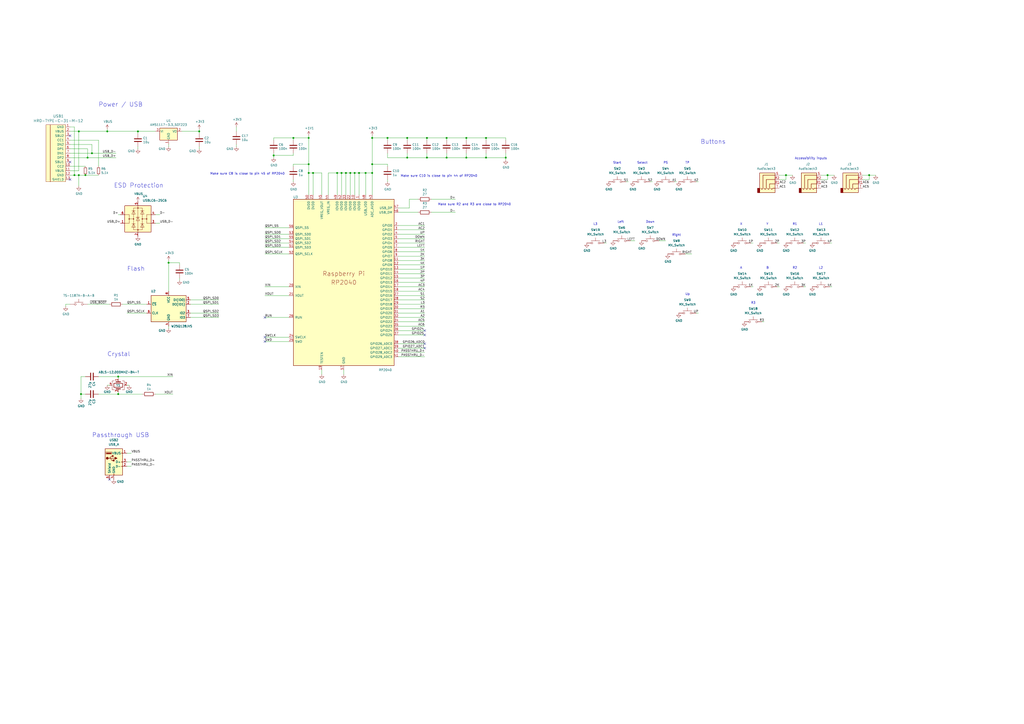
<source format=kicad_sch>
(kicad_sch (version 20230121) (generator eeschema)
  (paper "A2")
  (title_block (title "Summit Arcade Controller") (company "Granola Arcade"))
  (lib_symbols
    (symbol "Connector:USB_A" (pin_names (offset 1.016))
      (property "Reference" "J" (at -5.08 11.43 0))
      (property "Value" "USB_A" (at -5.08 8.89 0))
      (symbol "USB_A_1_1"
        (pin power_in line (at 7.62 5.08 180) (length 2.54) (name "VBUS") (number "1"))
        (pin bidirectional line (at 7.62 -2.54 180) (length 2.54) (name "D-") (number "2"))
        (pin bidirectional line (at 7.62 0 180) (length 2.54) (name "D+") (number "3"))
        (pin power_in line (at 0 -10.16 90) (length 2.54) (name "GND") (number "4"))
        (pin passive line (at -2.54 -10.16 90) (length 2.54) (name "Shield") (number "5"))
      )
    )
    (symbol "Connector_Audio:AudioJack4"
      (property "Reference" "J" (at 0 8.89 0))
      (property "Value" "AudioJack4" (at 0 6.35 0))
      (symbol "AudioJack4_1_1"
        (pin passive line (at 5.08 -2.54 180) (length 2.54) (name "~") (number "R1"))
        (pin passive line (at 5.08 0 180) (length 2.54) (name "~") (number "R2"))
        (pin passive line (at 5.08 2.54 180) (length 2.54) (name "~") (number "S"))
        (pin passive line (at 5.08 -5.08 180) (length 2.54) (name "~") (number "T"))
      )
    )
    (symbol "Device:C" (pin_numbers hide) (pin_names (offset 0.254))
      (property "Reference" "C" (at 0.635 2.54 0))
      (property "Value" "C" (at 0.635 -2.54 0))
      (symbol "C_1_1"
        (pin passive line (at 0 3.81 270) (length 2.794) (name "~") (number "1"))
        (pin passive line (at 0 -3.81 90) (length 2.794) (name "~") (number "2"))
      )
    )
    (symbol "Device:Crystal_GND23" (pin_names (offset 1.016) hide)
      (property "Reference" "Y1" (at 3.3274 1.1684 90))
      (property "Value" "ABLS-12.000MHZ-B4-T" (at -6.35 7.62 90))
      (symbol "Crystal_GND23_1_1"
        (pin passive line (at -3.81 0 0) (length 1.27) (name "1") (number "1"))
        (pin passive line (at 0 5.08 270) (length 1.27) (name "2") (number "2"))
        (pin passive line (at 3.81 0 180) (length 1.27) (name "3") (number "3"))
        (pin passive line (at 0 -5.08 90) (length 1.27) (name "4") (number "4"))
      )
    )
    (symbol "Device:R" (pin_numbers hide) (pin_names (offset 0))
      (property "Reference" "R" (at 2.032 0 90))
      (property "Value" "R" (at 0 0 90))
      (symbol "R_1_1"
        (pin passive line (at 0 3.81 270) (length 1.27) (name "~") (number "1"))
        (pin passive line (at 0 -3.81 90) (length 1.27) (name "~") (number "2"))
      )
    )
    (symbol "Device:R_Small" (pin_numbers hide) (pin_names (offset 0.254) hide)
      (property "Reference" "R" (at 0.762 0.508 0))
      (property "Value" "R_Small" (at 0.762 -1.016 0))
      (symbol "R_Small_1_1"
        (pin passive line (at 0 2.54 270) (length 0.762) (name "~") (number "1"))
        (pin passive line (at 0 -2.54 90) (length 0.762) (name "~") (number "2"))
      )
    )
    (symbol "Kailh:MX_Switch" (pin_numbers hide) (pin_names (offset 1.016) hide)
      (property "Reference" "SW1" (at 0 7.62 0))
      (property "Value" "MX_Switch" (at 0 5.08 0))
      (symbol "MX_Switch_0_1"
        (pin passive line (at 5.08 0 180) (length 2.54) (name "A") (number "1"))
        (pin passive line (at -5.08 0 0) (length 2.54) (name "B") (number "2"))
      )
    )
    (symbol "MCU_RaspberryPi_RP2040:RP2040" (pin_names (offset 1.016))
      (property "Reference" "U" (at -29.21 49.53 0))
      (property "Value" "RP2040" (at 24.13 -49.53 0))
      (symbol "RP2040_0_0"
        (text "Raspberry Pi" (at 0 5.08 0) (effects (font (size 2.54 2.54))))
        (text "RP2040" (at 0 0 0) (effects (font (size 2.54 2.54))))
      )
      (symbol "RP2040_1_1"
        (pin power_in line (at 8.89 50.8 270) (length 2.54) (name "IOVDD") (number "1"))
        (pin power_in line (at 6.35 50.8 270) (length 2.54) (name "IOVDD") (number "10"))
        (pin bidirectional line (at 31.75 12.7 180) (length 2.54) (name "GPIO8") (number "11"))
        (pin bidirectional line (at 31.75 10.16 180) (length 2.54) (name "GPIO9") (number "12"))
        (pin bidirectional line (at 31.75 7.62 180) (length 2.54) (name "GPIO10") (number "13"))
        (pin bidirectional line (at 31.75 5.08 180) (length 2.54) (name "GPIO11") (number "14"))
        (pin bidirectional line (at 31.75 2.54 180) (length 2.54) (name "GPIO12") (number "15"))
        (pin bidirectional line (at 31.75 0 180) (length 2.54) (name "GPIO13") (number "16"))
        (pin bidirectional line (at 31.75 -2.54 180) (length 2.54) (name "GPIO14") (number "17"))
        (pin bidirectional line (at 31.75 -5.08 180) (length 2.54) (name "GPIO15") (number "18"))
        (pin passive line (at -12.7 -50.8 90) (length 2.54) (name "TESTEN") (number "19"))
        (pin bidirectional line (at 31.75 33.02 180) (length 2.54) (name "GPIO0") (number "2"))
        (pin input line (at -31.75 -2.54 0) (length 2.54) (name "XIN") (number "20"))
        (pin passive line (at -31.75 -7.62 0) (length 2.54) (name "XOUT") (number "21"))
        (pin power_in line (at 3.81 50.8 270) (length 2.54) (name "IOVDD") (number "22"))
        (pin power_in line (at -17.78 50.8 270) (length 2.54) (name "DVDD") (number "23"))
        (pin output line (at -31.75 -31.75 0) (length 2.54) (name "SWCLK") (number "24"))
        (pin bidirectional line (at -31.75 -34.29 0) (length 2.54) (name "SWD") (number "25"))
        (pin input line (at -31.75 -20.32 0) (length 2.54) (name "RUN") (number "26"))
        (pin bidirectional line (at 31.75 -7.62 180) (length 2.54) (name "GPIO16") (number "27"))
        (pin bidirectional line (at 31.75 -10.16 180) (length 2.54) (name "GPIO17") (number "28"))
        (pin bidirectional line (at 31.75 -12.7 180) (length 2.54) (name "GPIO18") (number "29"))
        (pin bidirectional line (at 31.75 30.48 180) (length 2.54) (name "GPIO1") (number "3"))
        (pin bidirectional line (at 31.75 -15.24 180) (length 2.54) (name "GPIO19") (number "30"))
        (pin bidirectional line (at 31.75 -17.78 180) (length 2.54) (name "GPIO20") (number "31"))
        (pin bidirectional line (at 31.75 -20.32 180) (length 2.54) (name "GPIO21") (number "32"))
        (pin power_in line (at 1.27 50.8 270) (length 2.54) (name "IOVDD") (number "33"))
        (pin bidirectional line (at 31.75 -22.86 180) (length 2.54) (name "GPIO22") (number "34"))
        (pin bidirectional line (at 31.75 -25.4 180) (length 2.54) (name "GPIO23") (number "35"))
        (pin bidirectional line (at 31.75 -27.94 180) (length 2.54) (name "GPIO24") (number "36"))
        (pin bidirectional line (at 31.75 -30.48 180) (length 2.54) (name "GPIO25") (number "37"))
        (pin bidirectional line (at 31.75 -35.56 180) (length 2.54) (name "GPIO26_ADC0") (number "38"))
        (pin bidirectional line (at 31.75 -38.1 180) (length 2.54) (name "GPIO27_ADC1") (number "39"))
        (pin bidirectional line (at 31.75 27.94 180) (length 2.54) (name "GPIO2") (number "4"))
        (pin bidirectional line (at 31.75 -40.64 180) (length 2.54) (name "GPIO28_ADC2") (number "40"))
        (pin bidirectional line (at 31.75 -43.18 180) (length 2.54) (name "GPIO29_ADC3") (number "41"))
        (pin power_in line (at -1.27 50.8 270) (length 2.54) (name "IOVDD") (number "42"))
        (pin power_in line (at 16.51 50.8 270) (length 2.54) (name "ADC_AVDD") (number "43"))
        (pin power_in line (at -8.89 50.8 270) (length 2.54) (name "VREG_IN") (number "44"))
        (pin power_out line (at -12.7 50.8 270) (length 2.54) (name "VREG_VOUT") (number "45"))
        (pin bidirectional line (at 31.75 40.64 180) (length 2.54) (name "USB_DM") (number "46"))
        (pin bidirectional line (at 31.75 43.18 180) (length 2.54) (name "USB_DP") (number "47"))
        (pin power_in line (at 12.7 50.8 270) (length 2.54) (name "USB_VDD") (number "48"))
        (pin power_in line (at -3.81 50.8 270) (length 2.54) (name "IOVDD") (number "49"))
        (pin bidirectional line (at 31.75 25.4 180) (length 2.54) (name "GPIO3") (number "5"))
        (pin power_in line (at -20.32 50.8 270) (length 2.54) (name "DVDD") (number "50"))
        (pin bidirectional line (at -31.75 20.32 0) (length 2.54) (name "QSPI_SD3") (number "51"))
        (pin output line (at -31.75 16.51 0) (length 2.54) (name "QSPI_SCLK") (number "52"))
        (pin bidirectional line (at -31.75 27.94 0) (length 2.54) (name "QSPI_SD0") (number "53"))
        (pin bidirectional line (at -31.75 22.86 0) (length 2.54) (name "QSPI_SD2") (number "54"))
        (pin bidirectional line (at -31.75 25.4 0) (length 2.54) (name "QSPI_SD1") (number "55"))
        (pin bidirectional line (at -31.75 31.75 0) (length 2.54) (name "QSPI_SS") (number "56"))
        (pin power_in line (at 0 -50.8 90) (length 2.54) (name "GND") (number "57"))
        (pin bidirectional line (at 31.75 22.86 180) (length 2.54) (name "GPIO4") (number "6"))
        (pin bidirectional line (at 31.75 20.32 180) (length 2.54) (name "GPIO5") (number "7"))
        (pin bidirectional line (at 31.75 17.78 180) (length 2.54) (name "GPIO6") (number "8"))
        (pin bidirectional line (at 31.75 15.24 180) (length 2.54) (name "GPIO7") (number "9"))
      )
    )
    (symbol "Memory_Flash:W25Q128JVS"
      (property "Reference" "U" (at -8.89 8.89 0))
      (property "Value" "W25Q128JVS" (at 7.62 8.89 0))
      (symbol "W25Q128JVS_1_1"
        (pin input line (at -12.7 2.54 0) (length 2.54) (name "~{CS}") (number "1"))
        (pin bidirectional line (at 12.7 2.54 180) (length 2.54) (name "DO(IO1)") (number "2"))
        (pin bidirectional line (at 12.7 -2.54 180) (length 2.54) (name "IO2") (number "3"))
        (pin power_in line (at 0 -10.16 90) (length 2.54) (name "GND") (number "4"))
        (pin bidirectional line (at 12.7 5.08 180) (length 2.54) (name "DI(IO0)") (number "5"))
        (pin input line (at -12.7 -2.54 0) (length 2.54) (name "CLK") (number "6"))
        (pin bidirectional line (at 12.7 -5.08 180) (length 2.54) (name "IO3") (number "7"))
        (pin power_in line (at 0 10.16 270) (length 2.54) (name "VCC") (number "8"))
      )
    )
    (symbol "Power_Protection:USBLC6-2SC6" (pin_names hide)
      (property "Reference" "U" (at 2.54 8.89 0))
      (property "Value" "USBLC6-2SC6" (at 2.54 -8.89 0))
      (symbol "USBLC6-2SC6_1_1"
        (pin passive line (at -10.16 -2.54 0) (length 2.54) (name "I/O1") (number "1"))
        (pin passive line (at 0 -10.16 90) (length 2.54) (name "GND") (number "2"))
        (pin passive line (at 10.16 -2.54 180) (length 2.54) (name "I/O2") (number "3"))
        (pin passive line (at 10.16 2.54 180) (length 2.54) (name "I/O2") (number "4"))
        (pin passive line (at 0 10.16 270) (length 2.54) (name "VBUS") (number "5"))
        (pin passive line (at -10.16 2.54 0) (length 2.54) (name "I/O1") (number "6"))
      )
    )
    (symbol "Regulator_Linear:NCP1117-3.3_SOT223" (pin_names (offset 0.254))
      (property "Reference" "U1" (at 0 6.1468 0))
      (property "Value" "AMS1117-3.3_SOT223" (at 0 3.8354 0))
      (symbol "NCP1117-3.3_SOT223_1_1"
        (pin power_out line (at 0 -7.62 90) (length 2.54) (name "GND") (number "1"))
        (pin power_out line (at 7.62 0 180) (length 2.54) (name "VO") (number "2"))
        (pin power_in line (at -7.62 0 0) (length 2.54) (name "VI") (number "3"))
      )
    )
    (symbol "Switch:SW_Push" (pin_numbers hide) (pin_names (offset 1.016) hide)
      (property "Reference" "SW" (at 1.27 2.54 0))
      (property "Value" "SW_Push" (at 0 -1.524 0))
      (symbol "SW_Push_0_1"
        (pin passive line (at -5.08 0 0) (length 2.54) (name "1") (number "1"))
        (pin passive line (at 5.08 0 180) (length 2.54) (name "2") (number "2"))
      )
    )
    (symbol "Type-C:HRO-TYPE-C-31-M-12" (pin_names (offset 1.016))
      (property "Reference" "USB1" (at -4.2418 20.2438 0))
      (property "Value" "HRO-TYPE-C-31-M-12" (at -4.2418 17.5514 0))
      (symbol "HRO-TYPE-C-31-M-12_1_1"
        (pin input line (at 2.54 13.97 180) (length 2.54) (name "GND") (number "1"))
        (pin input line (at 2.54 -8.89 180) (length 2.54) (name "CC2") (number "10"))
        (pin input line (at 2.54 -11.43 180) (length 2.54) (name "VBUS") (number "11"))
        (pin input line (at 2.54 -13.97 180) (length 2.54) (name "GND") (number "12"))
        (pin input line (at 2.54 -16.51 180) (length 2.54) (name "SHIELD") (number "13"))
        (pin power_out line (at 2.54 11.43 180) (length 2.54) (name "VBUS") (number "2"))
        (pin input line (at 2.54 8.89 180) (length 2.54) (name "SBU2") (number "3"))
        (pin input line (at 2.54 6.35 180) (length 2.54) (name "CC1") (number "4"))
        (pin input line (at 2.54 3.81 180) (length 2.54) (name "DN2") (number "5"))
        (pin input line (at 2.54 1.27 180) (length 2.54) (name "DP1") (number "6"))
        (pin input line (at 2.54 -1.27 180) (length 2.54) (name "DN1") (number "7"))
        (pin input line (at 2.54 -3.81 180) (length 2.54) (name "DP2") (number "8"))
        (pin input line (at 2.54 -6.35 180) (length 2.54) (name "SBU1") (number "9"))
      )
    )
    (symbol "power:+1V1" (power) (pin_names (offset 0))
      (property "Value" "+1V1" (at 0 3.556 0))
      (symbol "+1V1_1_1"
        (pin power_in line (at 0 0 90) (length 0) hide (name "+1V1") (number "1"))
      )
    )
    (symbol "power:+3V3" (power) (pin_names (offset 0))
      (property "Value" "+3V3" (at 0 3.556 0))
      (symbol "+3V3_1_1"
        (pin power_in line (at 0 0 90) (length 0) hide (name "+3V3") (number "1"))
      )
    )
    (symbol "power:GND" (power) (pin_names (offset 0))
      (property "Value" "GND" (at 0 -3.81 0))
      (symbol "GND_1_1"
        (pin power_in line (at 0 0 270) (length 0) hide (name "GND") (number "1"))
      )
    )
    (symbol "power:VBUS" (power) (pin_names (offset 0))
      (property "Value" "VBUS" (at 0 3.81 0))
      (symbol "VBUS_1_1"
        (pin power_in line (at 0 0 90) (length 0) hide (name "VBUS") (number "1"))
      )
    )
  )
  (junction (at 270.51 80.01))
  (junction (at 236.22 91.44))
  (junction (at 247.65 91.44))
  (junction (at 43.18 101.6))
  (junction (at 195.58 100.33))
  (junction (at 215.9 80.01))
  (junction (at 504.19 101.6))
  (junction (at 455.93 101.6))
  (junction (at 179.07 95.25))
  (junction (at 215.9 95.25))
  (junction (at 281.94 91.44))
  (junction (at 224.79 80.01))
  (junction (at 179.07 100.33))
  (junction (at 170.18 80.01))
  (junction (at 179.07 80.01))
  (junction (at 247.65 80.01))
  (junction (at 45.72 76.2))
  (junction (at 259.08 80.01))
  (junction (at 53.34 88.9))
  (junction (at 62.23 76.2))
  (junction (at 45.72 101.6))
  (junction (at 50.8 91.44))
  (junction (at 203.2 100.33))
  (junction (at 215.9 100.33))
  (junction (at 212.09 100.33))
  (junction (at 236.22 80.01))
  (junction (at 259.08 91.44))
  (junction (at 46.99 228.6))
  (junction (at 68.58 228.6))
  (junction (at 68.58 218.44))
  (junction (at 181.61 100.33))
  (junction (at 115.57 76.2))
  (junction (at 293.37 91.44))
  (junction (at 200.66 100.33))
  (junction (at 205.74 100.33))
  (junction (at 208.28 100.33))
  (junction (at 198.12 100.33))
  (junction (at 158.75 90.17))
  (junction (at 281.94 80.01))
  (junction (at 80.01 76.2))
  (junction (at 480.06 101.6))
  (junction (at 270.51 91.44))
  (junction (at 97.79 152.4))
  (junction (at 49.53 101.6))
  (no_connect (at 246.38 199.39))
  (no_connect (at 246.38 191.77))
  (no_connect (at 153.67 184.15))
  (no_connect (at 40.64 78.74))
  (no_connect (at 246.38 194.31))
  (no_connect (at 153.67 195.58))
  (no_connect (at 40.64 104.14))
  (no_connect (at 153.67 198.12))
  (no_connect (at 40.64 93.98))
  (no_connect (at 63.5 278.13))
  (no_connect (at 246.38 201.93))
  (wire (pts (xy 259.08 91.44) (xy 247.65 91.44)))
  (wire (pts (xy 281.94 91.44) (xy 270.51 91.44)))
  (wire (pts (xy 231.14 181.61) (xy 246.38 181.61)))
  (wire (pts (xy 40.64 81.28) (xy 57.15 81.28)))
  (wire (pts (xy 199.39 214.63) (xy 199.39 217.17)))
  (wire (pts (xy 170.18 104.14) (xy 170.18 105.41)))
  (wire (pts (xy 386.08 139.7) (xy 382.27 139.7)))
  (wire (pts (xy 38.1 176.53) (xy 38.1 177.8)))
  (wire (pts (xy 231.14 153.67) (xy 246.38 153.67)))
  (wire (pts (xy 467.36 166.37) (xy 466.09 166.37)))
  (wire (pts (xy 137.16 83.82) (xy 137.16 85.09)))
  (wire (pts (xy 452.12 140.97) (xy 450.85 140.97)))
  (wire (pts (xy 215.9 80.01) (xy 215.9 95.25)))
  (wire (pts (xy 224.79 96.52) (xy 224.79 95.25)))
  (wire (pts (xy 74.93 223.52) (xy 73.66 223.52)))
  (wire (pts (xy 179.07 100.33) (xy 179.07 113.03)))
  (wire (pts (xy 231.14 191.77) (xy 246.38 191.77)))
  (wire (pts (xy 231.14 130.81) (xy 246.38 130.81)))
  (wire (pts (xy 53.34 88.9) (xy 67.31 88.9)))
  (wire (pts (xy 40.64 83.82) (xy 53.34 83.82)))
  (wire (pts (xy 43.18 73.66) (xy 43.18 101.6)))
  (wire (pts (xy 90.17 124.46) (xy 92.71 124.46)))
  (wire (pts (xy 231.14 123.19) (xy 242.57 123.19)))
  (wire (pts (xy 231.14 166.37) (xy 246.38 166.37)))
  (wire (pts (xy 208.28 100.33) (xy 212.09 100.33)))
  (wire (pts (xy 270.51 80.01) (xy 281.94 80.01)))
  (wire (pts (xy 231.14 207.01) (xy 246.38 207.01)))
  (wire (pts (xy 198.12 100.33) (xy 200.66 100.33)))
  (wire (pts (xy 270.51 81.28) (xy 270.51 80.01)))
  (wire (pts (xy 49.53 218.44) (xy 46.99 218.44)))
  (wire (pts (xy 80.01 85.09) (xy 80.01 86.36)))
  (wire (pts (xy 231.14 156.21) (xy 246.38 156.21)))
  (wire (pts (xy 436.88 166.37) (xy 435.61 166.37)))
  (wire (pts (xy 40.64 86.36) (xy 50.8 86.36)))
  (wire (pts (xy 401.32 147.32) (xy 397.51 147.32)))
  (wire (pts (xy 483.87 101.6) (xy 480.06 101.6)))
  (wire (pts (xy 46.99 218.44) (xy 46.99 228.6)))
  (wire (pts (xy 364.49 105.41) (xy 363.22 105.41)))
  (wire (pts (xy 181.61 100.33) (xy 179.07 100.33)))
  (wire (pts (xy 186.69 214.63) (xy 186.69 217.17)))
  (wire (pts (xy 179.07 80.01) (xy 179.07 95.25)))
  (wire (pts (xy 97.79 152.4) (xy 97.79 168.91)))
  (wire (pts (xy 190.5 100.33) (xy 195.58 100.33)))
  (wire (pts (xy 293.37 91.44) (xy 293.37 92.71)))
  (wire (pts (xy 115.57 85.09) (xy 115.57 86.36)))
  (wire (pts (xy 90.17 76.2) (xy 80.01 76.2)))
  (wire (pts (xy 170.18 90.17) (xy 170.18 88.9)))
  (wire (pts (xy 40.64 96.52) (xy 49.53 96.52)))
  (wire (pts (xy 508 101.6) (xy 504.19 101.6)))
  (wire (pts (xy 158.75 80.01) (xy 170.18 80.01)))
  (wire (pts (xy 62.23 223.52) (xy 63.5 223.52)))
  (wire (pts (xy 50.8 176.53) (xy 63.5 176.53)))
  (wire (pts (xy 247.65 80.01) (xy 259.08 80.01)))
  (wire (pts (xy 237.49 115.57) (xy 242.57 115.57)))
  (wire (pts (xy 53.34 83.82) (xy 53.34 88.9)))
  (wire (pts (xy 97.79 189.23) (xy 97.79 190.5)))
  (wire (pts (xy 236.22 88.9) (xy 236.22 91.44)))
  (wire (pts (xy 231.14 189.23) (xy 246.38 189.23)))
  (wire (pts (xy 195.58 100.33) (xy 198.12 100.33)))
  (wire (pts (xy 40.64 176.53) (xy 38.1 176.53)))
  (wire (pts (xy 215.9 78.74) (xy 215.9 80.01)))
  (wire (pts (xy 68.58 218.44) (xy 100.33 218.44)))
  (wire (pts (xy 57.15 218.44) (xy 68.58 218.44)))
  (wire (pts (xy 57.15 228.6) (xy 68.58 228.6)))
  (wire (pts (xy 153.67 143.51) (xy 167.64 143.51)))
  (wire (pts (xy 179.07 95.25) (xy 179.07 100.33)))
  (wire (pts (xy 200.66 113.03) (xy 200.66 100.33)))
  (wire (pts (xy 40.64 101.6) (xy 43.18 101.6)))
  (wire (pts (xy 45.72 76.2) (xy 62.23 76.2)))
  (wire (pts (xy 170.18 95.25) (xy 179.07 95.25)))
  (wire (pts (xy 482.6 140.97) (xy 481.33 140.97)))
  (wire (pts (xy 224.79 81.28) (xy 224.79 80.01)))
  (wire (pts (xy 97.79 151.13) (xy 97.79 152.4)))
  (wire (pts (xy 455.93 101.6) (xy 452.12 101.6)))
  (wire (pts (xy 57.15 81.28) (xy 57.15 96.52)))
  (wire (pts (xy 236.22 80.01) (xy 247.65 80.01)))
  (wire (pts (xy 215.9 100.33) (xy 215.9 113.03)))
  (wire (pts (xy 231.14 194.31) (xy 246.38 194.31)))
  (wire (pts (xy 57.15 101.6) (xy 49.53 101.6)))
  (wire (pts (xy 443.23 186.69) (xy 441.96 186.69)))
  (wire (pts (xy 40.64 88.9) (xy 53.34 88.9)))
  (wire (pts (xy 45.72 107.95) (xy 45.72 101.6)))
  (wire (pts (xy 231.14 161.29) (xy 246.38 161.29)))
  (wire (pts (xy 281.94 80.01) (xy 293.37 80.01)))
  (wire (pts (xy 212.09 100.33) (xy 215.9 100.33)))
  (wire (pts (xy 236.22 91.44) (xy 224.79 91.44)))
  (wire (pts (xy 236.22 81.28) (xy 236.22 80.01)))
  (wire (pts (xy 73.66 262.89) (xy 76.2 262.89)))
  (wire (pts (xy 476.25 104.14) (xy 480.06 104.14)))
  (wire (pts (xy 158.75 88.9) (xy 158.75 90.17)))
  (wire (pts (xy 62.23 76.2) (xy 80.01 76.2)))
  (wire (pts (xy 73.66 267.97) (xy 76.2 267.97)))
  (wire (pts (xy 97.79 83.82) (xy 97.79 85.09)))
  (wire (pts (xy 40.64 76.2) (xy 45.72 76.2)))
  (wire (pts (xy 247.65 91.44) (xy 236.22 91.44)))
  (wire (pts (xy 167.64 198.12) (xy 153.67 198.12)))
  (wire (pts (xy 158.75 90.17) (xy 170.18 90.17)))
  (wire (pts (xy 215.9 80.01) (xy 224.79 80.01)))
  (wire (pts (xy 368.3 139.7) (xy 365.76 139.7)))
  (wire (pts (xy 208.28 100.33) (xy 208.28 113.03)))
  (wire (pts (xy 231.14 135.89) (xy 246.38 135.89)))
  (wire (pts (xy 405.13 105.41) (xy 403.86 105.41)))
  (wire (pts (xy 153.67 166.37) (xy 167.64 166.37)))
  (wire (pts (xy 480.06 104.14) (xy 480.06 101.6)))
  (wire (pts (xy 215.9 95.25) (xy 215.9 100.33)))
  (wire (pts (xy 231.14 184.15) (xy 246.38 184.15)))
  (wire (pts (xy 67.31 91.44) (xy 50.8 91.44)))
  (wire (pts (xy 104.14 161.29) (xy 104.14 162.56)))
  (wire (pts (xy 231.14 146.05) (xy 246.38 146.05)))
  (wire (pts (xy 231.14 143.51) (xy 246.38 143.51)))
  (wire (pts (xy 405.13 181.61) (xy 403.86 181.61)))
  (wire (pts (xy 198.12 113.03) (xy 198.12 100.33)))
  (wire (pts (xy 62.23 76.2) (xy 62.23 74.93)))
  (wire (pts (xy 45.72 76.2) (xy 45.72 99.06)))
  (wire (pts (xy 71.12 176.53) (xy 85.09 176.53)))
  (wire (pts (xy 68.58 228.6) (xy 82.55 228.6)))
  (wire (pts (xy 231.14 140.97) (xy 246.38 140.97)))
  (wire (pts (xy 104.14 153.67) (xy 104.14 152.4)))
  (wire (pts (xy 203.2 113.03) (xy 203.2 100.33)))
  (wire (pts (xy 247.65 81.28) (xy 247.65 80.01)))
  (wire (pts (xy 259.08 81.28) (xy 259.08 80.01)))
  (wire (pts (xy 158.75 81.28) (xy 158.75 80.01)))
  (wire (pts (xy 281.94 81.28) (xy 281.94 80.01)))
  (wire (pts (xy 281.94 88.9) (xy 281.94 91.44)))
  (wire (pts (xy 259.08 88.9) (xy 259.08 91.44)))
  (wire (pts (xy 231.14 204.47) (xy 246.38 204.47)))
  (wire (pts (xy 250.19 123.19) (xy 264.16 123.19)))
  (wire (pts (xy 80.01 77.47) (xy 80.01 76.2)))
  (wire (pts (xy 293.37 81.28) (xy 293.37 80.01)))
  (wire (pts (xy 40.64 73.66) (xy 43.18 73.66)))
  (wire (pts (xy 392.43 105.41) (xy 391.16 105.41)))
  (wire (pts (xy 49.53 228.6) (xy 46.99 228.6)))
  (wire (pts (xy 231.14 186.69) (xy 246.38 186.69)))
  (wire (pts (xy 200.66 100.33) (xy 203.2 100.33)))
  (wire (pts (xy 231.14 179.07) (xy 246.38 179.07)))
  (wire (pts (xy 215.9 95.25) (xy 224.79 95.25)))
  (wire (pts (xy 45.72 101.6) (xy 49.53 101.6)))
  (wire (pts (xy 231.14 148.59) (xy 246.38 148.59)))
  (wire (pts (xy 90.17 228.6) (xy 100.33 228.6)))
  (wire (pts (xy 452.12 166.37) (xy 450.85 166.37)))
  (wire (pts (xy 436.88 140.97) (xy 435.61 140.97)))
  (wire (pts (xy 110.49 181.61) (xy 127 181.61)))
  (wire (pts (xy 50.8 86.36) (xy 50.8 91.44)))
  (wire (pts (xy 153.67 135.89) (xy 167.64 135.89)))
  (wire (pts (xy 205.74 100.33) (xy 208.28 100.33)))
  (wire (pts (xy 115.57 76.2) (xy 115.57 74.93)))
  (wire (pts (xy 378.46 105.41) (xy 377.19 105.41)))
  (wire (pts (xy 105.41 76.2) (xy 115.57 76.2)))
  (wire (pts (xy 224.79 88.9) (xy 224.79 91.44)))
  (wire (pts (xy 231.14 151.13) (xy 246.38 151.13)))
  (wire (pts (xy 237.49 115.57) (xy 237.49 120.65)))
  (wire (pts (xy 167.64 132.08) (xy 153.67 132.08)))
  (wire (pts (xy 247.65 88.9) (xy 247.65 91.44)))
  (wire (pts (xy 231.14 163.83) (xy 246.38 163.83)))
  (wire (pts (xy 110.49 173.99) (xy 127 173.99)))
  (wire (pts (xy 203.2 100.33) (xy 205.74 100.33)))
  (wire (pts (xy 68.58 124.46) (xy 69.85 124.46)))
  (wire (pts (xy 179.07 78.74) (xy 179.07 80.01)))
  (wire (pts (xy 43.18 101.6) (xy 45.72 101.6)))
  (wire (pts (xy 231.14 158.75) (xy 246.38 158.75)))
  (wire (pts (xy 504.19 104.14) (xy 504.19 101.6)))
  (wire (pts (xy 40.64 91.44) (xy 50.8 91.44)))
  (wire (pts (xy 270.51 91.44) (xy 259.08 91.44)))
  (wire (pts (xy 110.49 184.15) (xy 127 184.15)))
  (wire (pts (xy 167.64 184.15) (xy 153.67 184.15)))
  (wire (pts (xy 186.69 113.03) (xy 186.69 100.33)))
  (wire (pts (xy 167.64 195.58) (xy 153.67 195.58)))
  (wire (pts (xy 205.74 113.03) (xy 205.74 100.33)))
  (wire (pts (xy 137.16 73.66) (xy 137.16 76.2)))
  (wire (pts (xy 212.09 113.03) (xy 212.09 100.33)))
  (wire (pts (xy 455.93 104.14) (xy 455.93 101.6)))
  (wire (pts (xy 231.14 201.93) (xy 246.38 201.93)))
  (wire (pts (xy 170.18 80.01) (xy 179.07 80.01)))
  (wire (pts (xy 73.66 270.51) (xy 76.2 270.51)))
  (wire (pts (xy 224.79 104.14) (xy 224.79 105.41)))
  (wire (pts (xy 231.14 176.53) (xy 246.38 176.53)))
  (wire (pts (xy 181.61 113.03) (xy 181.61 100.33)))
  (wire (pts (xy 270.51 88.9) (xy 270.51 91.44)))
  (wire (pts (xy 110.49 176.53) (xy 127 176.53)))
  (wire (pts (xy 231.14 173.99) (xy 246.38 173.99)))
  (wire (pts (xy 73.66 181.61) (xy 85.09 181.61)))
  (wire (pts (xy 153.67 140.97) (xy 167.64 140.97)))
  (wire (pts (xy 480.06 101.6) (xy 476.25 101.6)))
  (wire (pts (xy 186.69 100.33) (xy 181.61 100.33)))
  (wire (pts (xy 170.18 81.28) (xy 170.18 80.01)))
  (wire (pts (xy 167.64 171.45) (xy 153.67 171.45)))
  (wire (pts (xy 452.12 104.14) (xy 455.93 104.14)))
  (wire (pts (xy 115.57 77.47) (xy 115.57 76.2)))
  (wire (pts (xy 293.37 88.9) (xy 293.37 91.44)))
  (wire (pts (xy 504.19 101.6) (xy 500.38 101.6)))
  (wire (pts (xy 224.79 80.01) (xy 236.22 80.01)))
  (wire (pts (xy 195.58 113.03) (xy 195.58 100.33)))
  (wire (pts (xy 281.94 91.44) (xy 293.37 91.44)))
  (wire (pts (xy 351.79 140.97) (xy 350.52 140.97)))
  (wire (pts (xy 68.58 219.71) (xy 68.58 218.44)))
  (wire (pts (xy 153.67 138.43) (xy 167.64 138.43)))
  (wire (pts (xy 45.72 99.06) (xy 40.64 99.06)))
  (wire (pts (xy 231.14 171.45) (xy 246.38 171.45)))
  (wire (pts (xy 190.5 113.03) (xy 190.5 100.33)))
  (wire (pts (xy 231.14 199.39) (xy 246.38 199.39)))
  (wire (pts (xy 231.14 120.65) (xy 237.49 120.65)))
  (wire (pts (xy 231.14 133.35) (xy 246.38 133.35)))
  (wire (pts (xy 482.6 166.37) (xy 481.33 166.37)))
  (wire (pts (xy 459.74 101.6) (xy 455.93 101.6)))
  (wire (pts (xy 92.71 129.54) (xy 90.17 129.54)))
  (wire (pts (xy 231.14 138.43) (xy 246.38 138.43)))
  (wire (pts (xy 231.14 168.91) (xy 246.38 168.91)))
  (wire (pts (xy 68.58 227.33) (xy 68.58 228.6)))
  (wire (pts (xy 46.99 228.6) (xy 46.99 231.14)))
  (wire (pts (xy 500.38 104.14) (xy 504.19 104.14)))
  (wire (pts (xy 104.14 152.4) (xy 97.79 152.4)))
  (wire (pts (xy 170.18 96.52) (xy 170.18 95.25)))
  (wire (pts (xy 467.36 140.97) (xy 466.09 140.97)))
  (wire (pts (xy 158.75 90.17) (xy 158.75 91.44)))
  (wire (pts (xy 167.64 147.32) (xy 153.67 147.32)))
  (wire (pts (xy 250.19 115.57) (xy 264.16 115.57)))
  (wire (pts (xy 259.08 80.01) (xy 270.51 80.01)))
  (text "L3" (at 344.17 130.81 0) (effects (font (size 1.27 1.27)) (justify left bottom)))
  (text "ESD Protection\n" (at 66.04 109.22 0) (effects (font (size 2.54 2.54)) (justify left bottom)))
  (text "Right" (at 389.89 137.16 0) (effects (font (size 1.27 1.27)) (justify left bottom)))
  (text "Start" (at 355.6 95.25 0) (effects (font (size 1.27 1.27)) (justify left bottom)))
  (text "TP" (at 397.51 95.25 0) (effects (font (size 1.27 1.27)) (justify left bottom)))
  (text "L2" (at 474.98 156.21 0) (effects (font (size 1.27 1.27)) (justify left bottom)))
  (text "Down\n" (at 374.65 129.54 0) (effects (font (size 1.27 1.27)) (justify left bottom)))
  (text "Left" (at 358.14 129.54 0) (effects (font (size 1.27 1.27)) (justify left bottom)))
  (text "R2" (at 459.74 156.21 0) (effects (font (size 1.27 1.27)) (justify left bottom)))
  (text "Make sure R2 and R3 are close to RP2040" (at 254 119.38 0) (effects (font (size 1.27 1.27)) (justify left bottom)))
  (text "A" (at 429.26 156.21 0) (effects (font (size 1.27 1.27)) (justify left bottom)))
  (text "Crystal" (at 62.23 207.01 0) (effects (font (size 2.54 2.54)) (justify left bottom)))
  (text "Passthrough USB" (at 53.34 254 0) (effects (font (size 2.54 2.54)) (justify left bottom)))
  (text "L1" (at 474.98 130.81 0) (effects (font (size 1.27 1.27)) (justify left bottom)))
  (text "Make sure C10 is close to pin 44 of RP2040" (at 232.41 102.87 0) (effects (font (size 1.27 1.27)) (justify left bottom)))
  (text "Flash" (at 73.66 157.48 0) (effects (font (size 2.54 2.54)) (justify left bottom)))
  (text "Accessibility inputs" (at 461.01 92.71 0) (effects (font (size 1.27 1.27)) (justify left bottom)))
  (text "Power / USB" (at 57.15 62.23 0) (effects (font (size 2.54 2.54)) (justify left bottom)))
  (text "Y" (at 444.5 130.81 0) (effects (font (size 1.27 1.27)) (justify left bottom)))
  (text "R1" (at 459.74 130.81 0) (effects (font (size 1.27 1.27)) (justify left bottom)))
  (text "B" (at 444.5 156.21 0) (effects (font (size 1.27 1.27)) (justify left bottom)))
  (text "R3" (at 435.61 176.53 0) (effects (font (size 1.27 1.27)) (justify left bottom)))
  (text "Select" (at 369.57 95.25 0) (effects (font (size 1.27 1.27)) (justify left bottom)))
  (text "Buttons\n" (at 406.4 83.82 0) (effects (font (size 2.54 2.54)) (justify left bottom)))
  (text "Up" (at 397.51 171.45 0) (effects (font (size 1.27 1.27)) (justify left bottom)))
  (text "PS" (at 384.81 95.25 0) (effects (font (size 1.27 1.27)) (justify left bottom)))
  (text "X" (at 429.26 130.81 0) (effects (font (size 1.27 1.27)) (justify left bottom)))
  (text "Make sure C8 is close to pin 45 of RP2040" (at 121.92 101.6 0) (effects (font (size 1.27 1.27)) (justify left bottom)))
  (label "GPIO24" (at 238.76 191.77 0))
  (label "AC1" (at 452.12 109.22 0))
  (label "QSPI_SD2" (at 127 181.61 180))
  (label "QSPI_SD0" (at 153.67 135.89 0))
  (label "XOUT" (at 100.33 228.6 180))
  (label "DOWN" (at 386.08 139.7 180))
  (label "QSPI_SCLK" (at 73.66 181.61 0))
  (label "SWD" (at 153.67 198.12 0))
  (label "AC4" (at 246.38 168.91 180))
  (label "1K" (at 436.88 166.37 180))
  (label "R3" (at 246.38 179.07 180))
  (label "1P" (at 436.88 140.97 180))
  (label "AC6" (at 242.57 189.23 0))
  (label "GPIO27_ADC1" (at 246.38 201.93 180))
  (label "QSPI_SD0" (at 127 173.99 180))
  (label "3K" (at 467.36 166.37 180))
  (label "XIN" (at 153.67 166.37 0))
  (label "AC4" (at 476.25 106.68 0))
  (label "RIGHT" (at 401.32 147.32 180))
  (label "XIN" (at 100.33 218.44 180))
  (label "AC2" (at 452.12 106.68 0))
  (label "QSPI_SD1" (at 127 176.53 180))
  (label "XOUT" (at 153.67 171.45 0))
  (label "2K" (at 452.12 166.37 180))
  (label "PASSTHRU_D-" (at 76.2 270.51 0))
  (label "UP" (at 246.38 135.89 180))
  (label "USB_D+" (at 67.31 91.44 180))
  (label "3P" (at 467.36 140.97 180))
  (label "4P" (at 482.6 140.97 180))
  (label "USB_D+" (at 69.85 129.54 180))
  (label "DOWN" (at 246.38 138.43 180))
  (label "QSPI_SD3" (at 127 184.15 180))
  (label "QSPI_SS" (at 153.67 132.08 0))
  (label "D+" (at 264.16 115.57 180))
  (label "RUN" (at 153.67 184.15 0))
  (label "2P" (at 246.38 158.75 180))
  (label "AC1" (at 246.38 130.81 180))
  (label "AC5" (at 242.57 186.69 0))
  (label "D-" (at 264.16 123.19 180))
  (label "2K" (at 246.38 148.59 180))
  (label "3K" (at 246.38 151.13 180))
  (label "AC2" (at 246.38 133.35 180))
  (label "GPIO26_ADC0" (at 246.38 199.39 180))
  (label "QSPI_SD2" (at 153.67 140.97 0))
  (label "QSPI_SD1" (at 153.67 138.43 0))
  (label "PASSTHRU_D+" (at 246.38 204.47 180))
  (label "2P" (at 452.12 140.97 180))
  (label "1P" (at 246.38 156.21 180))
  (label "AC3" (at 476.25 109.22 0))
  (label "QSPI_SCLK" (at 153.67 147.32 0))
  (label "S2" (at 246.38 173.99 180))
  (label "A1" (at 246.38 181.61 180))
  (label "USB_D-" (at 92.71 129.54 0))
  (label "AC5" (at 500.38 109.22 0))
  (label "AC6" (at 500.38 106.68 0))
  (label "AC3" (at 246.38 166.37 180))
  (label "RIGHT" (at 246.38 140.97 180))
  (label "A2" (at 405.13 105.41 180))
  (label "D+" (at 68.58 124.46 180))
  (label "R3" (at 443.23 186.69 180))
  (label "S2" (at 378.46 105.41 180))
  (label "S1" (at 246.38 171.45 180))
  (label "A1" (at 392.43 105.41 180))
  (label "~{USB_BOOT}" (at 52.07 176.53 0))
  (label "D-" (at 92.71 124.46 0))
  (label "L3" (at 351.79 140.97 180))
  (label "A2" (at 246.38 184.15 180))
  (label "PASSTHRU_D+" (at 76.2 267.97 0))
  (label "4K" (at 482.6 166.37 180))
  (label "UP" (at 405.13 181.61 180))
  (label "S1" (at 364.49 105.41 180))
  (label "4P" (at 246.38 163.83 180))
  (label "VBUS" (at 76.2 262.89 0))
  (label "QSPI_SS" (at 73.66 176.53 0))
  (label "4K" (at 246.38 153.67 180))
  (label "PASSTHRU_D-" (at 246.38 207.01 180))
  (label "LEFT" (at 368.3 139.7 180))
  (label "3P" (at 246.38 161.29 180))
  (label "GPIO25" (at 238.76 194.31 0))
  (label "USB_D-" (at 67.31 88.9 180))
  (label "1K" (at 246.38 146.05 180))
  (label "QSPI_SD3" (at 153.67 143.51 0))
  (label "SWCLK" (at 153.67 195.58 0))
  (label "LEFT" (at 246.38 143.51 180))
  (label "L3" (at 246.38 176.53 180))
  (symbol (lib_id "power:GND") (at 353.06 105.41 0) (unit 1)
    (property "Reference" "#PWR044" (effects hide))
    (property "Value" "GND" (at 353.187 109.8042 0))
  )
  (symbol (lib_id "Kailh:MX_Switch") (at 436.88 186.69 0) (unit 1)
    (property "Reference" "SW18" (at 436.88 179.07 0))
    (property "Value" "MX_Switch" (at 436.88 181.61 0))
    (property "Footprint" "Kailh:SW_Hotswap_Kailh_Choc_V1V2_1.00u" (effects hide))
    (property "Datasheet" "http://www.apem.com/int/index.php?controller=attachment&id_attachment=488" (effects hide))
  )
  (symbol (lib_id "Type-C:HRO-TYPE-C-31-M-12") (at 38.1 87.63 0) (unit 1)
    (property "Reference" "USB1" (at 33.8582 67.3862 0) (effects (font (size 1.524 1.524))))
    (property "Value" "HRO-TYPE-C-31-M-12" (at 33.8582 70.0786 0) (effects (font (size 1.524 1.524))))
    (property "Footprint" "Type-C:HRO-TYPE-C-31-M-12-Assembly" (effects hide))
    (property "LCSC" "C165948" (effects hide))
  )
  (symbol (lib_id "power:+3V3") (at 137.16 73.66 0) (unit 1)
    (property "Reference" "#PWR019" (effects hide))
    (property "Value" "+3V3" (at 137.541 69.2658 0))
  )
  (symbol (lib_id "Kailh:MX_Switch") (at 476.25 140.97 0) (unit 1)
    (property "Reference" "SW13" (at 476.25 133.35 0))
    (property "Value" "MX_Switch" (at 476.25 135.89 0))
    (property "Footprint" "Kailh:SW_Hotswap_Kailh_Choc_V1V2_1.00u" (effects hide))
    (property "Datasheet" "http://www.apem.com/int/index.php?controller=attachment&id_attachment=488" (effects hide))
  )
  (symbol (lib_id "Device:C") (at 137.16 80.01 0) (unit 1)
    (property "Reference" "C17" (at 140.081 78.8416 0) (effects (justify left)))
    (property "Value" "10u" (at 140.081 81.153 0) (effects (justify left)))
    (property "Footprint" "Capacitor_SMD:C_0805_2012Metric" (effects hide))
    (property "LCSC" "C83061" (effects hide))
  )
  (symbol (lib_id "Device:C") (at 53.34 218.44 270) (unit 1)
    (property "Reference" "C4" (at 54.5084 221.361 0) (effects (justify left)))
    (property "Value" "27p" (at 52.197 221.361 0) (effects (justify left)))
    (property "Footprint" "Capacitor_SMD:C_0402_1005Metric" (effects hide))
    (property "LCSC" "C147436" (effects hide))
  )
  (symbol (lib_id "Device:R") (at 246.38 123.19 270) (unit 1)
    (property "Reference" "R3" (at 246.38 117.9322 90))
    (property "Value" "27" (at 246.38 120.2436 90))
    (property "Footprint" "Capacitor_SMD:C_0402_1005Metric" (effects hide))
    (property "LCSC" "C2909343" (effects hide))
  )
  (symbol (lib_id "Kailh:MX_Switch") (at 345.44 140.97 0) (unit 1)
    (property "Reference" "SW19" (at 345.44 133.35 0))
    (property "Value" "MX_Switch" (at 345.44 135.89 0))
    (property "Footprint" "Kailh:SW_Hotswap_Kailh_Choc_V1V2_1.00u" (effects hide))
    (property "Datasheet" "http://www.apem.com/int/index.php?controller=attachment&id_attachment=488" (effects hide))
  )
  (symbol (lib_id "power:GND") (at 38.1 177.8 0) (unit 1)
    (property "Reference" "#PWR02" (effects hide))
    (property "Value" "GND" (at 38.227 182.1942 0))
  )
  (symbol (lib_id "Kailh:MX_Switch") (at 461.01 140.97 0) (unit 1)
    (property "Reference" "SW12" (at 461.01 133.35 0))
    (property "Value" "MX_Switch" (at 461.01 135.89 0))
    (property "Footprint" "Kailh:SW_Hotswap_Kailh_Choc_V1V2_1.00u" (effects hide))
    (property "Datasheet" "http://www.apem.com/int/index.php?controller=attachment&id_attachment=488" (effects hide))
  )
  (symbol (lib_id "power:GND") (at 440.69 140.97 0) (unit 1)
    (property "Reference" "#PWR034" (effects hide))
    (property "Value" "GND" (at 440.817 145.3642 0))
  )
  (symbol (lib_id "Device:R") (at 67.31 176.53 270) (unit 1)
    (property "Reference" "R1" (at 67.31 171.2722 90))
    (property "Value" "1k" (at 67.31 173.5836 90))
    (property "Footprint" "Capacitor_SMD:C_0402_1005Metric" (effects hide))
    (property "LCSC" "C105637" (effects hide))
  )
  (symbol (lib_id "Connector_Audio:AudioJack4") (at 447.04 104.14 0) (unit 1)
    (property "Reference" "J1" (at 444.5 95.25 0))
    (property "Value" "AudioJack3" (at 444.5 97.79 0))
    (property "Footprint" "Connector_Audio:Jack_3.5mm_PJ320D_Horizontal" (effects hide))
  )
  (symbol (lib_id "Kailh:MX_Switch") (at 430.53 140.97 0) (unit 1)
    (property "Reference" "SW10" (at 430.53 133.35 0))
    (property "Value" "MX_Switch" (at 430.53 135.89 0))
    (property "Footprint" "Kailh:SW_Hotswap_Kailh_Choc_V1V2_1.00u" (effects hide))
    (property "Datasheet" "http://www.apem.com/int/index.php?controller=attachment&id_attachment=488" (effects hide))
  )
  (symbol (lib_id "Device:Crystal_GND23") (at 68.58 223.52 270) (unit 1)
    (property "Reference" "Y1" (at 67.31 223.52 90) (effects (justify left)))
    (property "Value" "ABLS-12.000MHZ-B4-T" (at 57.15 215.9 90) (effects (justify left)))
    (property "Footprint" "Crystal:Crystal_SMD_3225-4Pin_3.2x2.5mm" (effects hide))
    (property "LCSC" "C9002" (effects hide))
  )
  (symbol (lib_id "Power_Protection:USBLC6-2SC6") (at 80.01 127 0) (unit 1)
    (property "Reference" "U4" (at 82.7787 113.7412 0) (effects (justify left)))
    (property "Value" "USBLC6-2SC6" (at 82.7787 116.2812 0) (effects (justify left)))
    (property "Footprint" "Package_TO_SOT_SMD:SOT-23-6" (effects hide))
    (property "Datasheet" "https://www.st.com/resource/en/datasheet/usblc6-2.pdf" (effects hide))
  )
  (symbol (lib_id "power:GND") (at 66.04 278.13 0) (unit 1)
    (property "Reference" "#PWR040" (effects hide))
    (property "Value" "GND" (at 69.85 279.4 0))
  )
  (symbol (lib_id "power:GND") (at 80.01 137.16 0) (unit 1)
    (property "Reference" "#PWR045" (effects hide))
    (property "Value" "GND" (at 80.01 141.7225 0))
  )
  (symbol (lib_id "Kailh:MX_Switch") (at 398.78 181.61 0) (unit 1)
    (property "Reference" "SW9" (at 398.78 173.99 0))
    (property "Value" "MX_Switch" (at 398.78 176.53 0))
    (property "Footprint" "Kailh:SW_Hotswap_Kailh_Choc_V1V2_1.00u" (effects hide))
    (property "Datasheet" "http://www.apem.com/int/index.php?controller=attachment&id_attachment=488" (effects hide))
  )
  (symbol (lib_id "Device:C") (at 224.79 100.33 0) (unit 1)
    (property "Reference" "C10" (at 227.711 99.1616 0) (effects (justify left)))
    (property "Value" "1u" (at 227.711 101.473 0) (effects (justify left)))
    (property "Footprint" "Capacitor_SMD:C_0402_1005Metric" (effects hide))
    (property "LCSC" "C5137485" (effects hide))
  )
  (symbol (lib_id "Device:C") (at 281.94 85.09 0) (unit 1)
    (property "Reference" "C15" (at 284.861 83.9216 0) (effects (justify left)))
    (property "Value" "100n" (at 284.861 86.233 0) (effects (justify left)))
    (property "Footprint" "Capacitor_SMD:C_0402_1005Metric" (effects hide))
    (property "LCSC" "C115671" (effects hide))
  )
  (symbol (lib_id "power:GND") (at 455.93 140.97 0) (unit 1)
    (property "Reference" "#PWR036" (effects hide))
    (property "Value" "GND" (at 456.057 145.3642 0))
  )
  (symbol (lib_id "power:GND") (at 355.6 139.7 0) (unit 1)
    (property "Reference" "#PWR022" (effects hide))
    (property "Value" "GND" (at 355.727 144.0942 0))
  )
  (symbol (lib_id "Regulator_Linear:NCP1117-3.3_SOT223") (at 97.79 76.2 0) (unit 1)
    (property "Reference" "U1" (at 97.79 70.0532 0))
    (property "Value" "AMS1117-3.3_SOT223" (at 97.79 72.3646 0))
    (property "Footprint" "Package_TO_SOT_SMD:SOT-223-3_TabPin2" (effects hide))
    (property "Datasheet" "http://www.onsemi.com/pub_link/Collateral/NCP1117-D.PDF" (effects hide))
    (property "LCSC" "C5250992" (effects hide))
  )
  (symbol (lib_id "Kailh:MX_Switch") (at 386.08 105.41 0) (unit 1)
    (property "Reference" "SW4" (at 386.08 97.79 0))
    (property "Value" "MX_Switch" (at 386.08 100.33 0))
    (property "Footprint" "Kailh:SW_Hotswap_Kailh_Choc_V1V2_1.00u" (effects hide))
    (property "Datasheet" "http://www.apem.com/int/index.php?controller=attachment&id_attachment=488" (effects hide))
  )
  (symbol (lib_id "power:GND") (at 97.79 190.5 0) (unit 1)
    (property "Reference" "#PWR08" (effects hide))
    (property "Value" "GND" (at 93.98 191.77 0))
  )
  (symbol (lib_id "power:VBUS") (at 80.01 116.84 0) (unit 1)
    (property "Reference" "#PWR033" (effects hide))
    (property "Value" "VBUS" (at 80.391 112.4458 0))
  )
  (symbol (lib_id "Device:C") (at 170.18 100.33 0) (unit 1)
    (property "Reference" "C8" (at 173.101 99.1616 0) (effects (justify left)))
    (property "Value" "1u" (at 173.101 101.473 0) (effects (justify left)))
    (property "Footprint" "Capacitor_SMD:C_0402_1005Metric" (effects hide))
    (property "LCSC" "C5137485" (effects hide))
  )
  (symbol (lib_id "Device:C") (at 247.65 85.09 0) (unit 1)
    (property "Reference" "C12" (at 250.571 83.9216 0) (effects (justify left)))
    (property "Value" "100n" (at 250.571 86.233 0) (effects (justify left)))
    (property "Footprint" "Capacitor_SMD:C_0402_1005Metric" (effects hide))
    (property "LCSC" "C115671" (effects hide))
  )
  (symbol (lib_id "power:GND") (at 224.79 105.41 0) (unit 1)
    (property "Reference" "#PWR018" (effects hide))
    (property "Value" "GND" (at 224.917 109.8042 0))
  )
  (symbol (lib_id "Connector_Audio:AudioJack4") (at 495.3 104.14 0) (unit 1)
    (property "Reference" "J3" (at 492.76 95.25 0))
    (property "Value" "AudioJack3" (at 492.76 97.79 0))
    (property "Footprint" "Connector_Audio:Jack_3.5mm_PJ320D_Horizontal" (effects hide))
  )
  (symbol (lib_id "power:GND") (at 104.14 162.56 0) (unit 1)
    (property "Reference" "#PWR09" (effects hide))
    (property "Value" "GND" (at 107.95 163.83 0))
  )
  (symbol (lib_id "Kailh:MX_Switch") (at 377.19 139.7 0) (unit 1)
    (property "Reference" "SW7" (at 377.19 132.08 0))
    (property "Value" "MX_Switch" (at 377.19 134.62 0))
    (property "Footprint" "Kailh:SW_Hotswap_Kailh_Choc_V1V2_1.00u" (effects hide))
    (property "Datasheet" "http://www.apem.com/int/index.php?controller=attachment&id_attachment=488" (effects hide))
  )
  (symbol (lib_id "Device:C") (at 104.14 157.48 0) (unit 1)
    (property "Reference" "C5" (at 107.061 156.3116 0) (effects (justify left)))
    (property "Value" "100n" (at 107.061 158.623 0) (effects (justify left)))
    (property "Footprint" "Capacitor_SMD:C_0402_1005Metric" (effects hide))
    (property "LCSC" "C115671" (effects hide))
  )
  (symbol (lib_id "power:GND") (at 455.93 166.37 0) (unit 1)
    (property "Reference" "#PWR037" (effects hide))
    (property "Value" "GND" (at 456.057 170.7642 0))
  )
  (symbol (lib_id "power:GND") (at 431.8 186.69 0) (unit 1)
    (property "Reference" "#PWR042" (effects hide))
    (property "Value" "GND" (at 431.927 191.0842 0))
  )
  (symbol (lib_id "power:GND") (at 387.35 147.32 0) (unit 1)
    (property "Reference" "#PWR027" (effects hide))
    (property "Value" "GND" (at 387.477 151.7142 0))
  )
  (symbol (lib_id "power:GND") (at 440.69 166.37 0) (unit 1)
    (property "Reference" "#PWR035" (effects hide))
    (property "Value" "GND" (at 440.817 170.7642 0))
  )
  (symbol (lib_id "power:+1V1") (at 179.07 78.74 0) (unit 1)
    (property "Reference" "#PWR014" (effects hide))
    (property "Value" "+1V1" (at 179.451 74.3458 0))
  )
  (symbol (lib_id "power:GND") (at 186.69 217.17 0) (unit 1)
    (property "Reference" "#PWR015" (effects hide))
    (property "Value" "GND" (at 186.817 221.5642 0))
  )
  (symbol (lib_id "Device:R") (at 246.38 115.57 270) (unit 1)
    (property "Reference" "R2" (at 246.38 110.3122 90))
    (property "Value" "27" (at 246.38 112.6236 90))
    (property "Footprint" "Capacitor_SMD:C_0402_1005Metric" (effects hide))
    (property "LCSC" "C2909343" (effects hide))
  )
  (symbol (lib_id "Kailh:MX_Switch") (at 476.25 166.37 0) (unit 1)
    (property "Reference" "SW17" (at 476.25 158.75 0))
    (property "Value" "MX_Switch" (at 476.25 161.29 0))
    (property "Footprint" "Kailh:SW_Hotswap_Kailh_Choc_V1V2_1.00u" (effects hide))
    (property "Datasheet" "http://www.apem.com/int/index.php?controller=attachment&id_attachment=488" (effects hide))
  )
  (symbol (lib_id "power:GND") (at 372.11 139.7 0) (unit 1)
    (property "Reference" "#PWR024" (effects hide))
    (property "Value" "GND" (at 372.237 144.0942 0))
  )
  (symbol (lib_id "Device:R_Small") (at 49.53 99.06 0) (unit 1)
    (property "Reference" "R5" (at 51.0286 97.8916 0) (effects (justify left)))
    (property "Value" "5.1k" (at 51.0286 100.203 0) (effects (justify left)))
    (property "Footprint" "Resistor_SMD:R_0402_1005Metric" (effects hide))
    (property "LCSC" "C25905" (effects hide))
  )
  (symbol (lib_id "power:GND") (at 293.37 92.71 0) (unit 1)
    (property "Reference" "#PWR025" (effects hide))
    (property "Value" "GND" (at 293.497 97.1042 0))
  )
  (symbol (lib_id "power:GND") (at 45.72 107.95 0) (unit 1)
    (property "Reference" "#PWR01" (effects hide))
    (property "Value" "GND" (at 45.847 112.3442 0))
  )
  (symbol (lib_id "power:VBUS") (at 62.23 74.93 0) (unit 1)
    (property "Reference" "#PWR04" (effects hide))
    (property "Value" "VBUS" (at 62.611 70.5358 0))
  )
  (symbol (lib_id "Device:C") (at 170.18 85.09 0) (unit 1)
    (property "Reference" "C7" (at 173.101 83.9216 0) (effects (justify left)))
    (property "Value" "100n" (at 173.101 86.233 0) (effects (justify left)))
    (property "Footprint" "Capacitor_SMD:C_0402_1005Metric" (effects hide))
    (property "LCSC" "C115671" (effects hide))
  )
  (symbol (lib_id "power:GND") (at 381 105.41 0) (unit 1)
    (property "Reference" "#PWR023" (effects hide))
    (property "Value" "GND" (at 381.127 109.8042 0))
  )
  (symbol (lib_id "Kailh:MX_Switch") (at 445.77 140.97 0) (unit 1)
    (property "Reference" "SW11" (at 445.77 133.35 0))
    (property "Value" "MX_Switch" (at 445.77 135.89 0))
    (property "Footprint" "Kailh:SW_Hotswap_Kailh_Choc_V1V2_1.00u" (effects hide))
    (property "Datasheet" "http://www.apem.com/int/index.php?controller=attachment&id_attachment=488" (effects hide))
  )
  (symbol (lib_id "power:GND") (at 62.23 223.52 0) (unit 1)
    (property "Reference" "#PWR0101" (effects hide))
    (property "Value" "GND" (at 62.23 227.33 0))
  )
  (symbol (lib_id "power:GND") (at 508 101.6 0) (unit 1)
    (property "Reference" "#PWR030" (effects hide))
    (property "Value" "GND" (at 508.127 105.9942 0))
  )
  (symbol (lib_id "power:GND") (at 367.03 105.41 0) (unit 1)
    (property "Reference" "#PWR043" (effects hide))
    (property "Value" "GND" (at 367.157 109.8042 0))
  )
  (symbol (lib_id "Device:C") (at 236.22 85.09 0) (unit 1)
    (property "Reference" "C11" (at 239.141 83.9216 0) (effects (justify left)))
    (property "Value" "100n" (at 239.141 86.233 0) (effects (justify left)))
    (property "Footprint" "Capacitor_SMD:C_0402_1005Metric" (effects hide))
    (property "LCSC" "C115671" (effects hide))
  )
  (symbol (lib_id "power:GND") (at 483.87 101.6 0) (unit 1)
    (property "Reference" "#PWR029" (effects hide))
    (property "Value" "GND" (at 483.997 105.9942 0))
  )
  (symbol (lib_id "power:GND") (at 471.17 140.97 0) (unit 1)
    (property "Reference" "#PWR038" (effects hide))
    (property "Value" "GND" (at 471.297 145.3642 0))
  )
  (symbol (lib_id "Device:C") (at 80.01 81.28 0) (unit 1)
    (property "Reference" "C1" (at 82.931 80.1116 0) (effects (justify left)))
    (property "Value" "10u" (at 82.931 82.423 0) (effects (justify left)))
    (property "Footprint" "Capacitor_SMD:C_0805_2012Metric" (effects hide))
    (property "LCSC" "C83061" (effects hide))
  )
  (symbol (lib_id "power:GND") (at 425.45 140.97 0) (unit 1)
    (property "Reference" "#PWR031" (effects hide))
    (property "Value" "GND" (at 425.577 145.3642 0))
  )
  (symbol (lib_id "power:GND") (at 459.74 101.6 0) (unit 1)
    (property "Reference" "#PWR026" (effects hide))
    (property "Value" "GND" (at 459.867 105.9942 0))
  )
  (symbol (lib_id "power:GND") (at 170.18 105.41 0) (unit 1)
    (property "Reference" "#PWR013" (effects hide))
    (property "Value" "GND" (at 170.307 109.8042 0))
  )
  (symbol (lib_id "Kailh:MX_Switch") (at 445.77 166.37 0) (unit 1)
    (property "Reference" "SW15" (at 445.77 158.75 0))
    (property "Value" "MX_Switch" (at 445.77 161.29 0))
    (property "Footprint" "Kailh:SW_Hotswap_Kailh_Choc_V1V2_1.00u" (effects hide))
    (property "Datasheet" "http://www.apem.com/int/index.php?controller=attachment&id_attachment=488" (effects hide))
  )
  (symbol (lib_id "power:GND") (at 471.17 166.37 0) (unit 1)
    (property "Reference" "#PWR039" (effects hide))
    (property "Value" "GND" (at 471.297 170.7642 0))
  )
  (symbol (lib_id "MCU_RaspberryPi_RP2040:RP2040") (at 199.39 163.83 0) (unit 1)
    (property "Reference" "U3" (at 171.45 114.3 0))
    (property "Value" "RP2040" (at 223.52 214.63 0))
    (property "Footprint" "RP2040_minimal:RP2040-QFN-56" (effects hide))
    (property "LCSC" "C2040" (effects hide))
  )
  (symbol (lib_id "power:+3V3") (at 97.79 151.13 0) (unit 1)
    (property "Reference" "#PWR07" (effects hide))
    (property "Value" "+3V3" (at 98.171 146.7358 0))
  )
  (symbol (lib_id "Connector_Audio:AudioJack4") (at 471.17 104.14 0) (unit 1)
    (property "Reference" "J2" (at 468.63 95.25 0))
    (property "Value" "AudioJack3" (at 468.63 97.79 0))
    (property "Footprint" "Connector_Audio:Jack_3.5mm_PJ320D_Horizontal" (effects hide))
  )
  (symbol (lib_id "Device:C") (at 158.75 85.09 0) (unit 1)
    (property "Reference" "C6" (at 161.671 83.9216 0) (effects (justify left)))
    (property "Value" "100n" (at 161.671 86.233 0) (effects (justify left)))
    (property "Footprint" "Capacitor_SMD:C_0402_1005Metric" (effects hide))
    (property "LCSC" "C115671" (effects hide))
  )
  (symbol (lib_id "Kailh:MX_Switch") (at 392.43 147.32 0) (unit 1)
    (property "Reference" "SW8" (at 392.43 139.7 0))
    (property "Value" "MX_Switch" (at 392.43 142.24 0))
    (property "Footprint" "Kailh:SW_Hotswap_Kailh_Choc_V1V2_1.00u" (effects hide))
    (property "Datasheet" "http://www.apem.com/int/index.php?controller=attachment&id_attachment=488" (effects hide))
  )
  (symbol (lib_id "Device:C") (at 293.37 85.09 0) (unit 1)
    (property "Reference" "C16" (at 296.291 83.9216 0) (effects (justify left)))
    (property "Value" "100n" (at 296.291 86.233 0) (effects (justify left)))
    (property "Footprint" "Capacitor_SMD:C_0402_1005Metric" (effects hide))
    (property "LCSC" "C115671" (effects hide))
  )
  (symbol (lib_id "Device:C") (at 270.51 85.09 0) (unit 1)
    (property "Reference" "C14" (at 273.431 83.9216 0) (effects (justify left)))
    (property "Value" "100n" (at 273.431 86.233 0) (effects (justify left)))
    (property "Footprint" "Capacitor_SMD:C_0402_1005Metric" (effects hide))
    (property "LCSC" "C115671" (effects hide))
  )
  (symbol (lib_id "power:GND") (at 199.39 217.17 0) (unit 1)
    (property "Reference" "#PWR016" (effects hide))
    (property "Value" "GND" (at 199.517 221.5642 0))
  )
  (symbol (lib_id "power:GND") (at 340.36 140.97 0) (unit 1)
    (property "Reference" "#PWR041" (effects hide))
    (property "Value" "GND" (at 340.487 145.3642 0))
  )
  (symbol (lib_id "power:GND") (at 80.01 86.36 0) (unit 1)
    (property "Reference" "#PWR05" (effects hide))
    (property "Value" "GND" (at 76.2 87.63 0))
  )
  (symbol (lib_id "Device:R_Small") (at 57.15 99.06 0) (unit 1)
    (property "Reference" "R6" (at 58.6486 97.8916 0) (effects (justify left)))
    (property "Value" "5.1k" (at 58.6486 100.203 0) (effects (justify left)))
    (property "Footprint" "Resistor_SMD:R_0402_1005Metric" (effects hide))
    (property "LCSC" "C25905" (effects hide))
  )
  (symbol (lib_id "power:GND") (at 137.16 85.09 0) (unit 1)
    (property "Reference" "#PWR020" (effects hide))
    (property "Value" "GND" (at 133.35 86.36 0))
  )
  (symbol (lib_id "power:GND") (at 393.7 181.61 0) (unit 1)
    (property "Reference" "#PWR028" (effects hide))
    (property "Value" "GND" (at 393.827 186.0042 0))
  )
  (symbol (lib_id "Switch:SW_Push") (at 45.72 176.53 0) (mirror y) (unit 1)
    (property "Reference" "SW1" (effects hide))
    (property "Value" "TS-1187A-B-A-B" (at 45.72 171.45 0))
    (property "Footprint" "Button_Switch_SMD:SW_Push_1P1T_XKB_TS-1187A" (effects hide))
    (property "LCSC" "C318884" (effects hide))
  )
  (symbol (lib_id "power:GND") (at 97.79 85.09 0) (unit 1)
    (property "Reference" "#PWR06" (effects hide))
    (property "Value" "GND" (at 93.98 86.36 0))
  )
  (symbol (lib_id "power:GND") (at 158.75 91.44 0) (unit 1)
    (property "Reference" "#PWR012" (effects hide))
    (property "Value" "GND" (at 158.877 95.8342 0))
  )
  (symbol (lib_id "Kailh:MX_Switch") (at 461.01 166.37 0) (unit 1)
    (property "Reference" "SW16" (at 461.01 158.75 0))
    (property "Value" "MX_Switch" (at 461.01 161.29 0))
    (property "Footprint" "Kailh:SW_Hotswap_Kailh_Choc_V1V2_1.00u" (effects hide))
    (property "Datasheet" "http://www.apem.com/int/index.php?controller=attachment&id_attachment=488" (effects hide))
  )
  (symbol (lib_id "Memory_Flash:W25Q128JVS") (at 97.79 179.07 0) (unit 1)
    (property "Reference" "U2" (at 88.9 168.91 0))
    (property "Value" "W25Q128JVS" (at 105.41 189.23 0))
    (property "Footprint" "Package_SO:SOIC-8_5.23x5.23mm_P1.27mm" (effects hide))
    (property "Datasheet" "http://www.winbond.com/resource-files/w25q128jv_dtr%20revc%2003272018%20plus.pdf" (effects hide))
    (property "LCSC" "C97521" (effects hide))
  )
  (symbol (lib_id "power:+3V3") (at 115.57 74.93 0) (unit 1)
    (property "Reference" "#PWR010" (effects hide))
    (property "Value" "+3V3" (at 115.951 70.5358 0))
  )
  (symbol (lib_id "power:+3V3") (at 215.9 78.74 0) (unit 1)
    (property "Reference" "#PWR017" (effects hide))
    (property "Value" "+3V3" (at 216.281 74.3458 0))
  )
  (symbol (lib_id "power:GND") (at 46.99 231.14 0) (unit 1)
    (property "Reference" "#PWR03" (effects hide))
    (property "Value" "GND" (at 47.117 235.5342 0))
  )
  (symbol (lib_id "Device:C") (at 53.34 228.6 270) (unit 1)
    (property "Reference" "C3" (at 54.5084 231.521 0) (effects (justify left)))
    (property "Value" "27p" (at 52.197 231.521 0) (effects (justify left)))
    (property "Footprint" "Capacitor_SMD:C_0402_1005Metric" (effects hide))
    (property "LCSC" "C147436" (effects hide))
  )
  (symbol (lib_id "Device:C") (at 115.57 81.28 0) (unit 1)
    (property "Reference" "C2" (at 118.491 80.1116 0) (effects (justify left)))
    (property "Value" "10u" (at 118.491 82.423 0) (effects (justify left)))
    (property "Footprint" "Capacitor_SMD:C_0805_2012Metric" (effects hide))
    (property "LCSC" "C83061" (effects hide))
  )
  (symbol (lib_id "Kailh:MX_Switch") (at 398.78 105.41 0) (unit 1)
    (property "Reference" "SW5" (at 398.78 97.79 0))
    (property "Value" "MX_Switch" (at 398.78 100.33 0))
    (property "Footprint" "Kailh:SW_Hotswap_Kailh_Choc_V1V2_1.00u" (effects hide))
    (property "Datasheet" "http://www.apem.com/int/index.php?controller=attachment&id_attachment=488" (effects hide))
  )
  (symbol (lib_id "power:GND") (at 393.7 105.41 0) (unit 1)
    (property "Reference" "#PWR021" (effects hide))
    (property "Value" "GND" (at 393.827 109.8042 0))
  )
  (symbol (lib_id "power:GND") (at 425.45 166.37 0) (unit 1)
    (property "Reference" "#PWR032" (effects hide))
    (property "Value" "GND" (at 425.577 170.7642 0))
  )
  (symbol (lib_id "Device:R") (at 86.36 228.6 270) (unit 1)
    (property "Reference" "R4" (at 86.36 223.3422 90))
    (property "Value" "1k" (at 86.36 225.6536 90))
    (property "Footprint" "Capacitor_SMD:C_0402_1005Metric" (effects hide))
    (property "LCSC" "C105637" (effects hide))
  )
  (symbol (lib_id "Kailh:MX_Switch") (at 430.53 166.37 0) (unit 1)
    (property "Reference" "SW14" (at 430.53 158.75 0))
    (property "Value" "MX_Switch" (at 430.53 161.29 0))
    (property "Footprint" "Kailh:SW_Hotswap_Kailh_Choc_V1V2_1.00u" (effects hide))
    (property "Datasheet" "http://www.apem.com/int/index.php?controller=attachment&id_attachment=488" (effects hide))
  )
  (symbol (lib_id "Kailh:MX_Switch") (at 360.68 139.7 0) (unit 1)
    (property "Reference" "SW6" (at 360.68 132.08 0))
    (property "Value" "MX_Switch" (at 360.68 134.62 0))
    (property "Footprint" "Kailh:SW_Hotswap_Kailh_Choc_V1V2_1.00u" (effects hide))
    (property "Datasheet" "http://www.apem.com/int/index.php?controller=attachment&id_attachment=488" (effects hide))
  )
  (symbol (lib_id "power:GND") (at 115.57 86.36 0) (unit 1)
    (property "Reference" "#PWR011" (effects hide))
    (property "Value" "GND" (at 111.76 87.63 0))
  )
  (symbol (lib_id "Kailh:MX_Switch") (at 372.11 105.41 0) (unit 1)
    (property "Reference" "SW3" (at 372.11 97.79 0))
    (property "Value" "MX_Switch" (at 372.11 100.33 0))
    (property "Footprint" "Kailh:SW_Hotswap_Kailh_Choc_V1V2_1.00u" (effects hide))
    (property "Datasheet" "http://www.apem.com/int/index.php?controller=attachment&id_attachment=488" (effects hide))
  )
  (symbol (lib_id "power:GND") (at 74.93 223.52 0) (unit 1)
    (property "Reference" "#PWR0102" (effects hide))
    (property "Value" "GND" (at 74.93 227.33 0))
  )
  (symbol (lib_id "Kailh:MX_Switch") (at 358.14 105.41 0) (unit 1)
    (property "Reference" "SW2" (at 358.14 97.79 0))
    (property "Value" "MX_Switch" (at 358.14 100.33 0))
    (property "Footprint" "Kailh:SW_Hotswap_Kailh_Choc_V1V2_1.00u" (effects hide))
    (property "Datasheet" "http://www.apem.com/int/index.php?controller=attachment&id_attachment=488" (effects hide))
  )
  (symbol (lib_id "Connector:USB_A") (at 66.04 267.97 0) (unit 1)
    (property "Reference" "USB2" (at 66.04 255.27 0))
    (property "Value" "USB_A" (at 66.04 257.81 0))
    (property "Footprint" "MikeStuff:USB-A-SMD_C42591" (effects hide))
    (property "Datasheet" " ~" (effects hide))
    (property "LCSC" "C42591" (effects hide))
  )
  (symbol (lib_id "Device:C") (at 224.79 85.09 0) (unit 1)
    (property "Reference" "C9" (at 227.711 83.9216 0) (effects (justify left)))
    (property "Value" "100n" (at 227.711 86.233 0) (effects (justify left)))
    (property "Footprint" "Capacitor_SMD:C_0402_1005Metric" (effects hide))
    (property "LCSC" "C115671" (effects hide))
  )
  (symbol (lib_id "Device:C") (at 259.08 85.09 0) (unit 1)
    (property "Reference" "C13" (at 262.001 83.9216 0) (effects (justify left)))
    (property "Value" "100n" (at 262.001 86.233 0) (effects (justify left)))
    (property "Footprint" "Capacitor_SMD:C_0402_1005Metric" (effects hide))
    (property "LCSC" "C115671" (effects hide))
  )
)
</source>
